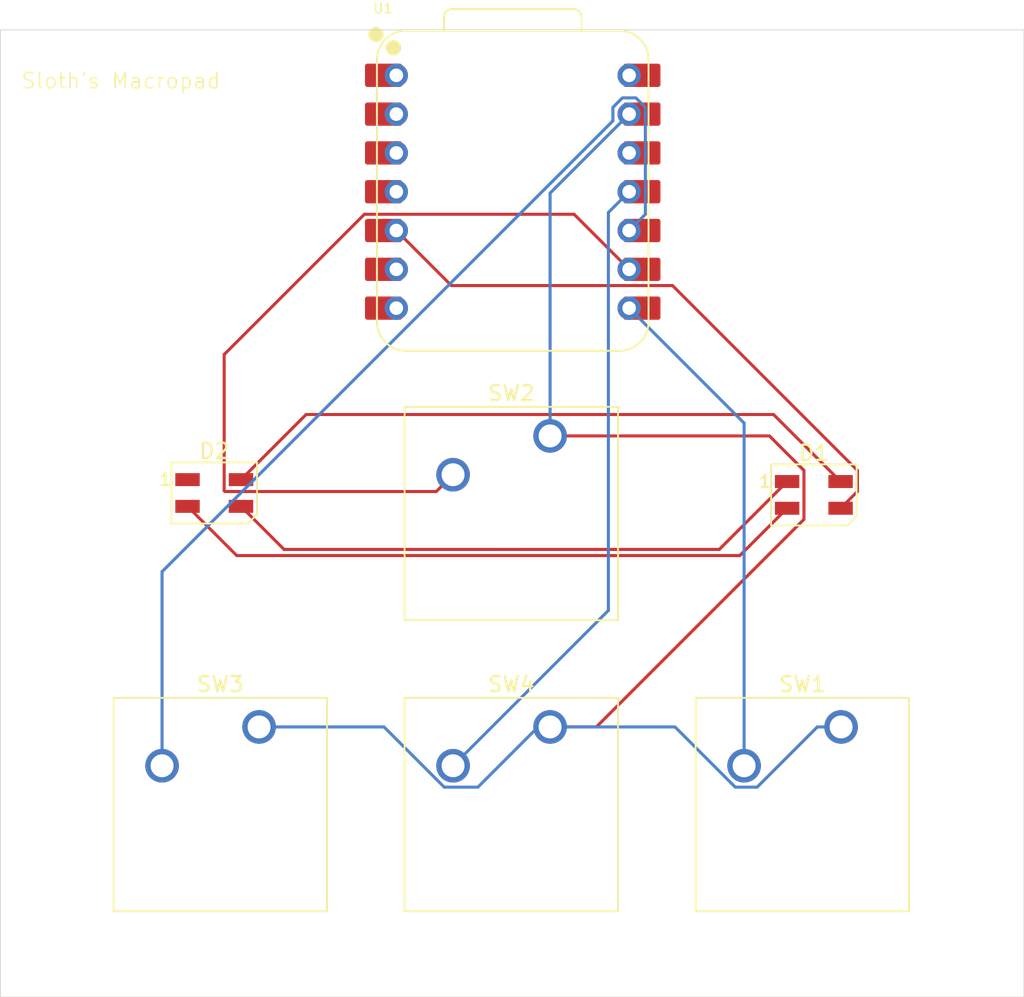
<source format=kicad_pcb>
(kicad_pcb (version 20241229) (generator "pcbnew") (generator_version "9.0")
  (layers (0 "F.Cu" signal) (2 "B.Cu" signal) (13 "F.Paste" user) (15 "B.Paste" user) (5 "F.SilkS" user "F.Silkscreen") (7 "B.SilkS" user "B.Silkscreen") (1 "F.Mask" user) (3 "B.Mask" user) (25 "Edge.Cuts" user))
  (net 0 "")
  (net 1 "Net-(D1-VDD)")
  (net 2 "Net-(D1-DIN)")
  (net 3 "Net-(D1-DOUT)")
  (net 4 "Net-(D1-VSS)")
  (net 6 "Net-(U1-GPIO1{slash}RX)")
  (net 7 "GND")
  (net 8 "Net-(U1-GPIO2{slash}SCK)")
  (net 9 "Net-(U1-GPIO4{slash}MISO)")
  (net 10 "Net-(U1-GPIO3{slash}MOSI)")
  (net 15 "+5V")
  (footprint "Button_Switch_Keyboard:SW_Cherry_MX_1.00u_PCB" (layer "F.Cu") (at 104.93375 97.31375)
    (property "Reference" "SW3" (at -2.54 -2.794 0) (layer "F.SilkS"))
    (property "Value" "SW_Push")
    (fp_line (start -9.525 -1.905) (end 4.445 -1.905) (stroke (width 0.12)) (layer "F.SilkS"))
    (fp_line (start -9.525 12.065) (end -9.525 -1.905) (stroke (width 0.12)) (layer "F.SilkS"))
    (fp_line (start 4.445 -1.905) (end 4.445 12.065) (stroke (width 0.12)) (layer "F.SilkS"))
    (fp_line (start 4.445 12.065) (end -9.525 12.065) (stroke (width 0.12)) (layer "F.SilkS"))
    (pad "" np_thru_hole circle (at -7.62 5.08) (size 1.7 1.7) (drill 1.7) (layers "*.Cu" "*.Mask"))
    (pad "" np_thru_hole circle (at -2.54 5.08) (size 4 4) (drill 4) (layers "*.Cu" "*.Mask"))
    (pad "" np_thru_hole circle (at 2.54 5.08) (size 1.7 1.7) (drill 1.7) (layers "*.Cu" "*.Mask"))
    (pad "1" thru_hole circle (at 0 0) (size 2.2 2.2) (drill 1.5) (layers "*.Cu" "*.Mask") (net 7 "GND"))
    (pad "2" thru_hole circle (at -6.35 2.54) (size 2.2 2.2) (drill 1.5) (layers "*.Cu" "*.Mask") (net 9 "Net-(U1-GPIO4{slash}MISO)"))
  )
  (footprint "OPL:XIAO-RP2040-DIP" (layer "F.Cu") (at 121.5385 62.27825)
    (property "Reference" "U1" (at -8.5 -12 0) (layer "F.SilkS") (effects (font (size 0.635 0.635) (thickness 0.1016))))
    (property "Value" "XIAO-RP2040-DIP")
    (fp_line (start -8.89 8.509) (end -8.89 -8.636) (stroke (width 0.127)) (layer "F.SilkS"))
    (fp_line (start -6.985 10.414) (end 6.985 10.414) (stroke (width 0.127)) (layer "F.SilkS"))
    (fp_line (start -4.495 -10.541) (end -4.491272 -11.451272) (stroke (width 0.127)) (layer "F.SilkS"))
    (fp_line (start -3.991272 -11.951) (end 4.004 -11.951) (stroke (width 0.127)) (layer "F.SilkS"))
    (fp_line (start 4.504 -11.451) (end 4.504 -10.541) (stroke (width 0.127)) (layer "F.SilkS"))
    (fp_line (start 6.985 -10.541) (end -6.985 -10.541) (stroke (width 0.1)) (layer "F.SilkS"))
    (fp_line (start 6.985 -10.541) (end -6.985 -10.541) (stroke (width 0.127)) (layer "F.SilkS"))
    (fp_line (start 8.89 8.509) (end 8.89 -8.636) (stroke (width 0.127)) (layer "F.SilkS"))
    (fp_arc (start -8.89 -8.636) (mid -8.332038 -9.983038) (end -6.985 -10.541) (stroke (width 0.127)) (layer "F.SilkS"))
    (fp_arc (start -6.985 10.414) (mid -8.332038 9.856038) (end -8.89 8.509) (stroke (width 0.127)) (layer "F.SilkS"))
    (fp_arc (start -4.491272 -11.451272) (mid -4.344728 -11.80464) (end -3.991272 -11.951) (stroke (width 0.127)) (layer "F.SilkS"))
    (fp_arc (start 4.004 -11.951) (mid 4.357553 -11.804553) (end 4.504 -11.451) (stroke (width 0.127)) (layer "F.SilkS"))
    (fp_arc (start 6.985 -10.541) (mid 8.332038 -9.983038) (end 8.89 -8.636) (stroke (width 0.127)) (layer "F.SilkS"))
    (fp_arc (start 8.89 8.509) (mid 8.332038 9.856038) (end 6.985 10.414) (stroke (width 0.127)) (layer "F.SilkS"))
    (fp_circle (center -8.95 -10.3) (end -8.95 -10.554) (stroke (width 0.5)) (fill yes) (layer "F.SilkS"))
    (fp_circle (center -7.807 -9.42) (end -7.807 -9.674) (stroke (width 0.5)) (fill yes) (layer "F.SilkS"))
    (pad "1" smd roundrect (at -8.455 -7.62 180) (size 2.432 1.524) (layers "F.Cu" "F.Mask") (roundrect_rratio 0.1))
    (pad "1" thru_hole circle (at -7.62 -7.62 180) (size 1.524 1.524) (drill 0.889) (layers "*.Cu" "*.Mask"))
    (pad "2" smd roundrect (at -8.455 -5.08 180) (size 2.432 1.524) (layers "F.Cu" "F.Mask") (roundrect_rratio 0.1))
    (pad "2" thru_hole circle (at -7.62 -5.08 180) (size 1.524 1.524) (drill 0.889) (layers "*.Cu" "*.Mask"))
    (pad "3" smd roundrect (at -8.455 -2.54 180) (size 2.432 1.524) (layers "F.Cu" "F.Mask") (roundrect_rratio 0.1))
    (pad "3" thru_hole circle (at -7.62 -2.54 180) (size 1.524 1.524) (drill 0.889) (layers "*.Cu" "*.Mask"))
    (pad "4" smd roundrect (at -8.455 0 180) (size 2.432 1.524) (layers "F.Cu" "F.Mask") (roundrect_rratio 0.1))
    (pad "4" thru_hole circle (at -7.62 0 180) (size 1.524 1.524) (drill 0.889) (layers "*.Cu" "*.Mask"))
    (pad "5" smd roundrect (at -8.455 2.54 180) (size 2.432 1.524) (layers "F.Cu" "F.Mask") (roundrect_rratio 0.1) (net 2 "Net-(D1-DIN)"))
    (pad "5" thru_hole circle (at -7.62 2.54 180) (size 1.524 1.524) (drill 0.889) (layers "*.Cu" "*.Mask") (net 2 "Net-(D1-DIN)"))
    (pad "6" smd roundrect (at -8.455 5.08 180) (size 2.432 1.524) (layers "F.Cu" "F.Mask") (roundrect_rratio 0.1))
    (pad "6" thru_hole circle (at -7.62 5.08 180) (size 1.524 1.524) (drill 0.889) (layers "*.Cu" "*.Mask"))
    (pad "7" smd roundrect (at -8.455 7.62 180) (size 2.432 1.524) (layers "F.Cu" "F.Mask") (roundrect_rratio 0.1))
    (pad "7" thru_hole circle (at -7.62 7.62 180) (size 1.524 1.524) (drill 0.889) (layers "*.Cu" "*.Mask"))
    (pad "8" thru_hole circle (at 7.62 7.62) (size 1.524 1.524) (drill 0.889) (layers "*.Cu" "*.Mask") (net 6 "Net-(U1-GPIO1{slash}RX)"))
    (pad "8" smd roundrect (at 8.455 7.62) (size 2.432 1.524) (layers "F.Cu" "F.Mask") (roundrect_rratio 0.1) (net 6 "Net-(U1-GPIO1{slash}RX)"))
    (pad "9" thru_hole circle (at 7.62 5.08) (size 1.524 1.524) (drill 0.889) (layers "*.Cu" "*.Mask") (net 8 "Net-(U1-GPIO2{slash}SCK)"))
    (pad "9" smd roundrect (at 8.455 5.08) (size 2.432 1.524) (layers "F.Cu" "F.Mask") (roundrect_rratio 0.1) (net 8 "Net-(U1-GPIO2{slash}SCK)"))
    (pad "10" thru_hole circle (at 7.62 2.54) (size 1.524 1.524) (drill 0.889) (layers "*.Cu" "*.Mask") (net 9 "Net-(U1-GPIO4{slash}MISO)"))
    (pad "10" smd roundrect (at 8.455 2.54) (size 2.432 1.524) (layers "F.Cu" "F.Mask") (roundrect_rratio 0.1) (net 9 "Net-(U1-GPIO4{slash}MISO)"))
    (pad "11" thru_hole circle (at 7.62 0) (size 1.524 1.524) (drill 0.889) (layers "*.Cu" "*.Mask") (net 10 "Net-(U1-GPIO3{slash}MOSI)"))
    (pad "11" smd roundrect (at 8.455 0) (size 2.432 1.524) (layers "F.Cu" "F.Mask") (roundrect_rratio 0.1) (net 10 "Net-(U1-GPIO3{slash}MOSI)"))
    (pad "12" thru_hole circle (at 7.62 -2.54) (size 1.524 1.524) (drill 0.889) (layers "*.Cu" "*.Mask"))
    (pad "12" smd roundrect (at 8.455 -2.54) (size 2.432 1.524) (layers "F.Cu" "F.Mask") (roundrect_rratio 0.1))
    (pad "13" thru_hole circle (at 7.62 -5.08) (size 1.524 1.524) (drill 0.889) (layers "*.Cu" "*.Mask") (net 7 "GND"))
    (pad "13" smd roundrect (at 8.455 -5.08) (size 2.432 1.524) (layers "F.Cu" "F.Mask") (roundrect_rratio 0.1) (net 7 "GND"))
    (pad "14" thru_hole circle (at 7.62 -7.62) (size 1.524 1.524) (drill 0.889) (layers "*.Cu" "*.Mask") (net 15 "+5V"))
    (pad "14" smd roundrect (at 8.455 -7.62) (size 2.432 1.524) (layers "F.Cu" "F.Mask") (roundrect_rratio 0.1) (net 15 "+5V"))
  )
  (footprint "LED_SMD:LED_SK6812MINI_PLCC4_3.5x3.5mm_P1.75mm" (layer "F.Cu") (at 141.25 82.125)
    (property "Reference" "D1" (at 0 -2.75 0) (layer "F.SilkS"))
    (property "Value" "SK6812MINI")
    (fp_line (start -2.8 -2) (end -2.8 2) (stroke (width 0.12)) (layer "F.SilkS"))
    (fp_line (start -2.8 -2) (end 2.8 -2) (stroke (width 0.12)) (layer "F.SilkS"))
    (fp_line (start -2.8 2) (end 2.2 2) (stroke (width 0.12)) (layer "F.SilkS"))
    (fp_line (start 2.8 1.4) (end 2.2 2) (stroke (width 0.12)) (layer "F.SilkS"))
    (fp_line (start 2.8 1.4) (end 2.8 -2) (stroke (width 0.12)) (layer "F.SilkS"))
    (fp_text user "1" (at -3.2 -0.875 0) (layer "F.SilkS") (effects (font (size 0.8 0.8))))
    (pad "1" smd rect (at -1.75 -0.875) (size 1.6 0.85) (layers "F.Cu" "F.Mask" "F.Paste") (net 3 "Net-(D1-DOUT)"))
    (pad "2" smd rect (at -1.75 0.875) (size 1.6 0.85) (layers "F.Cu" "F.Mask" "F.Paste") (net 4 "Net-(D1-VSS)"))
    (pad "3" smd rect (at 1.75 0.875) (size 1.6 0.85) (layers "F.Cu" "F.Mask" "F.Paste") (net 2 "Net-(D1-DIN)"))
    (pad "4" smd rect (at 1.75 -0.875) (size 1.6 0.85) (layers "F.Cu" "F.Mask" "F.Paste") (net 1 "Net-(D1-VDD)"))
  )
  (footprint "LED_SMD:LED_SK6812MINI_PLCC4_3.5x3.5mm_P1.75mm" (layer "F.Cu") (at 102 82)
    (property "Reference" "D2" (at 0 -2.75 0) (layer "F.SilkS"))
    (property "Value" "SK6812MINI")
    (fp_line (start -2.8 -2) (end -2.8 2) (stroke (width 0.12)) (layer "F.SilkS"))
    (fp_line (start -2.8 -2) (end 2.8 -2) (stroke (width 0.12)) (layer "F.SilkS"))
    (fp_line (start -2.8 2) (end 2.2 2) (stroke (width 0.12)) (layer "F.SilkS"))
    (fp_line (start 2.8 1.4) (end 2.2 2) (stroke (width 0.12)) (layer "F.SilkS"))
    (fp_line (start 2.8 1.4) (end 2.8 -2) (stroke (width 0.12)) (layer "F.SilkS"))
    (fp_text user "1" (at -3.2 -0.875 0) (layer "F.SilkS") (effects (font (size 0.8 0.8))))
    (pad "1" smd rect (at -1.75 -0.875) (size 1.6 0.85) (layers "F.Cu" "F.Mask" "F.Paste"))
    (pad "2" smd rect (at -1.75 0.875) (size 1.6 0.85) (layers "F.Cu" "F.Mask" "F.Paste") (net 4 "Net-(D1-VSS)"))
    (pad "3" smd rect (at 1.75 0.875) (size 1.6 0.85) (layers "F.Cu" "F.Mask" "F.Paste") (net 3 "Net-(D1-DOUT)"))
    (pad "4" smd rect (at 1.75 -0.875) (size 1.6 0.85) (layers "F.Cu" "F.Mask" "F.Paste") (net 1 "Net-(D1-VDD)"))
  )
  (footprint "Button_Switch_Keyboard:SW_Cherry_MX_1.00u_PCB" (layer "F.Cu") (at 123.98375 78.26375)
    (property "Reference" "SW2" (at -2.54 -2.794 0) (layer "F.SilkS"))
    (property "Value" "SW_Push")
    (fp_line (start -9.525 -1.905) (end 4.445 -1.905) (stroke (width 0.12)) (layer "F.SilkS"))
    (fp_line (start -9.525 12.065) (end -9.525 -1.905) (stroke (width 0.12)) (layer "F.SilkS"))
    (fp_line (start 4.445 -1.905) (end 4.445 12.065) (stroke (width 0.12)) (layer "F.SilkS"))
    (fp_line (start 4.445 12.065) (end -9.525 12.065) (stroke (width 0.12)) (layer "F.SilkS"))
    (pad "" np_thru_hole circle (at -7.62 5.08) (size 1.7 1.7) (drill 1.7) (layers "*.Cu" "*.Mask"))
    (pad "" np_thru_hole circle (at -2.54 5.08) (size 4 4) (drill 4) (layers "*.Cu" "*.Mask"))
    (pad "" np_thru_hole circle (at 2.54 5.08) (size 1.7 1.7) (drill 1.7) (layers "*.Cu" "*.Mask"))
    (pad "1" thru_hole circle (at 0 0) (size 2.2 2.2) (drill 1.5) (layers "*.Cu" "*.Mask") (net 7 "GND"))
    (pad "2" thru_hole circle (at -6.35 2.54) (size 2.2 2.2) (drill 1.5) (layers "*.Cu" "*.Mask") (net 8 "Net-(U1-GPIO2{slash}SCK)"))
  )
  (footprint "Button_Switch_Keyboard:SW_Cherry_MX_1.00u_PCB" (layer "F.Cu") (at 123.98375 97.31375)
    (property "Reference" "SW4" (at -2.54 -2.794 0) (layer "F.SilkS"))
    (property "Value" "SW_Push")
    (fp_line (start -9.525 -1.905) (end 4.445 -1.905) (stroke (width 0.12)) (layer "F.SilkS"))
    (fp_line (start -9.525 12.065) (end -9.525 -1.905) (stroke (width 0.12)) (layer "F.SilkS"))
    (fp_line (start 4.445 -1.905) (end 4.445 12.065) (stroke (width 0.12)) (layer "F.SilkS"))
    (fp_line (start 4.445 12.065) (end -9.525 12.065) (stroke (width 0.12)) (layer "F.SilkS"))
    (pad "" np_thru_hole circle (at -7.62 5.08) (size 1.7 1.7) (drill 1.7) (layers "*.Cu" "*.Mask"))
    (pad "" np_thru_hole circle (at -2.54 5.08) (size 4 4) (drill 4) (layers "*.Cu" "*.Mask"))
    (pad "" np_thru_hole circle (at 2.54 5.08) (size 1.7 1.7) (drill 1.7) (layers "*.Cu" "*.Mask"))
    (pad "1" thru_hole circle (at 0 0) (size 2.2 2.2) (drill 1.5) (layers "*.Cu" "*.Mask") (net 7 "GND"))
    (pad "2" thru_hole circle (at -6.35 2.54) (size 2.2 2.2) (drill 1.5) (layers "*.Cu" "*.Mask") (net 10 "Net-(U1-GPIO3{slash}MOSI)"))
  )
  (footprint "Button_Switch_Keyboard:SW_Cherry_MX_1.00u_PCB" (layer "F.Cu") (at 143.03375 97.31375)
    (property "Reference" "SW1" (at -2.54 -2.794 0) (layer "F.SilkS"))
    (property "Value" "SW_Push")
    (fp_line (start -9.525 -1.905) (end 4.445 -1.905) (stroke (width 0.12)) (layer "F.SilkS"))
    (fp_line (start -9.525 12.065) (end -9.525 -1.905) (stroke (width 0.12)) (layer "F.SilkS"))
    (fp_line (start 4.445 -1.905) (end 4.445 12.065) (stroke (width 0.12)) (layer "F.SilkS"))
    (fp_line (start 4.445 12.065) (end -9.525 12.065) (stroke (width 0.12)) (layer "F.SilkS"))
    (pad "" np_thru_hole circle (at -7.62 5.08) (size 1.7 1.7) (drill 1.7) (layers "*.Cu" "*.Mask"))
    (pad "" np_thru_hole circle (at -2.54 5.08) (size 4 4) (drill 4) (layers "*.Cu" "*.Mask"))
    (pad "" np_thru_hole circle (at 2.54 5.08) (size 1.7 1.7) (drill 1.7) (layers "*.Cu" "*.Mask"))
    (pad "1" thru_hole circle (at 0 0) (size 2.2 2.2) (drill 1.5) (layers "*.Cu" "*.Mask") (net 7 "GND"))
    (pad "2" thru_hole circle (at -6.35 2.54) (size 2.2 2.2) (drill 1.5) (layers "*.Cu" "*.Mask") (net 6 "Net-(U1-GPIO1{slash}RX)"))
  )
  (gr_rect (start 88 51.68) (end 155 115) (stroke (width 0.05)) (fill no) (layer "Edge.Cuts"))
  (gr_text "Sloth's Macropad" (at 89.3 55.6 0) (layer "F.SilkS") (effects (font (size 1 1) (thickness 0.1)) (justify left bottom)))
  (segment (start 108.01225 76.86275) (end 138.61275 76.86275) (width 0.2) (layer "F.Cu") (net 1))
  (segment (start 103.75 81.125) (end 108.01225 76.86275) (width 0.2) (layer "F.Cu") (net 1))
  (segment (start 138.61275 76.86275) (end 143 81.25) (width 0.2) (layer "F.Cu") (net 1))
  (segment (start 144.101 81.899) (end 144.101 80.524) (width 0.2) (layer "F.Cu") (net 2))
  (segment (start 144.101 80.524) (end 131.99825 68.42125) (width 0.2) (layer "F.Cu") (net 2))
  (segment (start 143 83) (end 144.101 81.899) (width 0.2) (layer "F.Cu") (net 2))
  (segment (start 131.99825 68.42125) (end 117.5215 68.42125) (width 0.2) (layer "F.Cu") (net 2))
  (segment (start 117.5215 68.42125) (end 113.9185 64.81825) (width 0.2) (layer "F.Cu") (net 2))
  (segment (start 103.75 82.875) (end 106.56975 85.69475) (width 0.2) (layer "F.Cu") (net 3))
  (segment (start 106.56975 85.69475) (end 135.05525 85.69475) (width 0.2) (layer "F.Cu") (net 3))
  (segment (start 135.05525 85.69475) (end 139.5 81.25) (width 0.2) (layer "F.Cu") (net 3))
  (segment (start 100.25 82.875) (end 103.47075 86.09575) (width 0.2) (layer "F.Cu") (net 4))
  (segment (start 103.47075 86.09575) (end 136.40425 86.09575) (width 0.2) (layer "F.Cu") (net 4))
  (segment (start 136.40425 86.09575) (end 139.5 83) (width 0.2) (layer "F.Cu") (net 4))
  (segment (start 136.68375 99.85375) (end 136.68375 77.4235) (width 0.2) (layer "B.Cu") (net 6))
  (segment (start 136.68375 77.4235) (end 129.1585 69.89825) (width 0.2) (layer "B.Cu") (net 6))
  (segment (start 123.98375 97.31375) (end 127.01325 97.31375) (width 0.2) (layer "F.Cu") (net 7))
  (segment (start 140.601 80.524) (end 138.34075 78.26375) (width 0.2) (layer "F.Cu") (net 7))
  (segment (start 138.34075 78.26375) (end 123.98375 78.26375) (width 0.2) (layer "F.Cu") (net 7))
  (segment (start 127.01325 97.31375) (end 140.601 83.726) (width 0.2) (layer "F.Cu") (net 7))
  (segment (start 140.601 83.726) (end 140.601 80.524) (width 0.2) (layer "F.Cu") (net 7))
  (segment (start 123.98375 62.373) (end 129.1585 57.19825) (width 0.2) (layer "B.Cu") (net 7))
  (segment (start 136.103436 101.25475) (end 137.537116 101.25475) (width 0.2) (layer "B.Cu") (net 7))
  (segment (start 141.478116 97.31375) (end 143.03375 97.31375) (width 0.2) (layer "B.Cu") (net 7))
  (segment (start 117.053436 101.25475) (end 119.257934 101.25475) (width 0.2) (layer "B.Cu") (net 7))
  (segment (start 104.93375 97.31375) (end 113.112436 97.31375) (width 0.2) (layer "B.Cu") (net 7))
  (segment (start 132.162436 97.31375) (end 136.103436 101.25475) (width 0.2) (layer "B.Cu") (net 7))
  (segment (start 123.98375 97.31375) (end 132.162436 97.31375) (width 0.2) (layer "B.Cu") (net 7))
  (segment (start 137.537116 101.25475) (end 141.478116 97.31375) (width 0.2) (layer "B.Cu") (net 7))
  (segment (start 123.98375 78.26375) (end 123.98375 62.373) (width 0.2) (layer "B.Cu") (net 7))
  (segment (start 123.198934 97.31375) (end 123.98375 97.31375) (width 0.2) (layer "B.Cu") (net 7))
  (segment (start 113.112436 97.31375) (end 117.053436 101.25475) (width 0.2) (layer "B.Cu") (net 7))
  (segment (start 119.257934 101.25475) (end 123.198934 97.31375) (width 0.2) (layer "B.Cu") (net 7))
  (segment (start 116.533751 81.903749) (end 102.701749 81.903749) (width 0.2) (layer "F.Cu") (net 8))
  (segment (start 102.649 72.934124) (end 111.827874 63.75525) (width 0.2) (layer "F.Cu") (net 8))
  (segment (start 111.827874 63.75525) (end 125.5555 63.75525) (width 0.2) (layer "F.Cu") (net 8))
  (segment (start 102.649 81.851) (end 102.649 72.934124) (width 0.2) (layer "F.Cu") (net 8))
  (segment (start 102.701749 81.903749) (end 102.649 81.851) (width 0.2) (layer "F.Cu") (net 8))
  (segment (start 125.5555 63.75525) (end 129.1585 67.35825) (width 0.2) (layer "F.Cu") (net 8))
  (segment (start 117.63375 80.80375) (end 116.533751 81.903749) (width 0.2) (layer "F.Cu") (net 8))
  (segment (start 130.2215 56.75794) (end 130.2215 63.75525) (width 0.2) (layer "B.Cu") (net 9))
  (segment (start 128.71819 56.13525) (end 129.59881 56.13525) (width 0.2) (layer "B.Cu") (net 9))
  (segment (start 129.59881 56.13525) (end 130.2215 56.75794) (width 0.2) (layer "B.Cu") (net 9))
  (segment (start 98.58375 99.85375) (end 98.58375 87.15031) (width 0.2) (layer "B.Cu") (net 9))
  (segment (start 98.58375 87.15031) (end 128.0955 57.63856) (width 0.2) (layer "B.Cu") (net 9))
  (segment (start 130.2215 63.75525) (end 129.1585 64.81825) (width 0.2) (layer "B.Cu") (net 9))
  (segment (start 128.0955 57.63856) (end 128.0955 56.75794) (width 0.2) (layer "B.Cu") (net 9))
  (segment (start 128.0955 56.75794) (end 128.71819 56.13525) (width 0.2) (layer "B.Cu") (net 9))
  (segment (start 127.8 89.6875) (end 127.8 63.63675) (width 0.2) (layer "B.Cu") (net 10))
  (segment (start 127.8 63.63675) (end 129.1585 62.27825) (width 0.2) (layer "B.Cu") (net 10))
  (segment (start 117.63375 99.85375) (end 127.8 89.6875) (width 0.2) (layer "B.Cu") (net 10))
)
</source>
